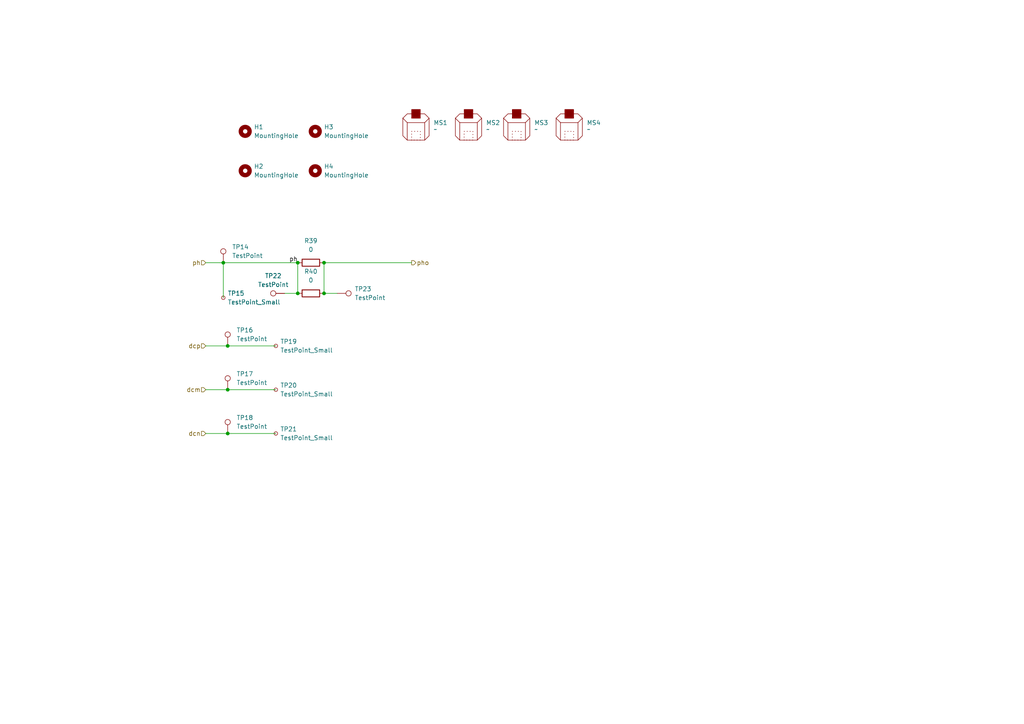
<source format=kicad_sch>
(kicad_sch (version 20231120) (generator "eeschema") (generator_version "8.0")
  (paper "A4")
  (title_block (title "Measurement placer") (date "2024-12-10") (rev "1") (company "Dr.-Ing. Alan H. Wilson Veas") (comment 1 "AHWV"))
  (lib_symbols
    (symbol "Connector:TestPoint_Small" (pin_numbers hide) (pin_names (offset 0.762) hide)
      (property "Reference" "TP" (at 0 3.81 0))
      (property "Value" "TestPoint_Small" (at 0 2.032 0))
      (symbol "TestPoint_Small_0_1"
        (circle (center 0 0) (radius 0.508))
      )
      (symbol "TestPoint_Small_1_1"
        (pin passive line (at 0 0 90) (length 0) (name "1") (number "1"))
      )
    )
    (symbol "HalfBridge_SiC:R" (pin_numbers hide) (pin_names (offset 0))
      (property "Reference" "R" (at 2.032 0 90))
      (property "Value" "R" (at 0 0 90))
      (symbol "R_0_1"
        (rectangle (start -1.016 -2.54) (end 1.016 2.54) (stroke (width 0.254)))
      )
      (symbol "R_1_1"
        (pin passive line (at 0 3.81 270) (length 1.27) (name "~") (number "1"))
        (pin passive line (at 0 -3.81 90) (length 1.27) (name "~") (number "2"))
      )
    )
    (symbol "HalfBridge_SiC:TestPoint" (pin_numbers hide) (pin_names (offset 0.762) hide)
      (property "Reference" "TP" (at 0 6.858 0))
      (property "Value" "TestPoint" (at 0 5.08 0))
      (symbol "TestPoint_0_1"
        (circle (center 0 3.302) (radius 0.762))
      )
      (symbol "TestPoint_1_1"
        (pin passive line (at 0 0 90) (length 2.54) (name "1") (number "1"))
      )
    )
    (symbol "Mechanical:MountingHole" (pin_names (offset 1.016)) (exclude_from_sim yes) (in_bom no)
      (property "Reference" "H" (at 0 5.08 0))
      (property "Value" "MountingHole" (at 0 3.175 0))
      (symbol "MountingHole_0_1"
        (circle (center 0 0) (radius 1.27) (stroke (width 1.27)))
      )
    )
    (symbol "My_Standoff:Standoff_M_F" (on_board no)
      (property "Reference" "MS" (at 0 4.826 0))
      (symbol "Standoff_M_F_1_1"
        (polyline (pts (xy -2.54 -1.27) (xy -2.54 -6.35)))
        (polyline (pts (xy 2.54 -1.27) (xy 2.54 -6.35)))
        (polyline (pts (xy -3.81 0) (xy -2.54 1.27) (xy 2.54 1.27) (xy 3.81 0)))
        (polyline (pts (xy -1.27 -6.35) (xy -1.27 -3.81) (xy 1.27 -3.81) (xy 1.27 -6.35) (xy -1.27 -6.35)) (stroke (width 0.2032) (type dot)))
        (polyline (pts (xy -1.27 0) (xy -1.27 2.54) (xy 1.27 2.54) (xy 1.27 0) (xy -1.27 0)) (fill (type outline)))
        (polyline (pts (xy -3.81 0) (xy -3.81 -5.08) (xy -2.54 -6.35) (xy 2.54 -6.35) (xy 3.81 -5.08) (xy 3.81 0) (xy 2.54 -1.27) (xy -2.54 -1.27) (xy -3.81 0)))
      )
    )
  )
  (junction (at 66.04 125.73))
  (junction (at 86.36 76.2))
  (junction (at 93.98 85.09))
  (junction (at 66.04 113.03))
  (junction (at 64.77 76.2))
  (junction (at 66.04 100.33))
  (junction (at 86.36 85.09))
  (junction (at 93.98 76.2))
  (wire (pts (xy 59.69 76.2) (xy 64.77 76.2)))
  (wire (pts (xy 97.79 85.09) (xy 93.98 85.09)))
  (wire (pts (xy 59.69 113.03) (xy 66.04 113.03)))
  (wire (pts (xy 59.69 125.73) (xy 66.04 125.73)))
  (wire (pts (xy 93.98 76.2) (xy 119.38 76.2)))
  (wire (pts (xy 66.04 113.03) (xy 80.01 113.03)))
  (wire (pts (xy 64.77 76.2) (xy 64.77 86.36)))
  (wire (pts (xy 66.04 125.73) (xy 80.01 125.73)))
  (wire (pts (xy 66.04 100.33) (xy 80.01 100.33)))
  (wire (pts (xy 82.55 85.09) (xy 86.36 85.09)))
  (wire (pts (xy 93.98 76.2) (xy 93.98 85.09)))
  (wire (pts (xy 64.77 76.2) (xy 86.36 76.2)))
  (wire (pts (xy 59.69 100.33) (xy 66.04 100.33)))
  (wire (pts (xy 86.36 76.2) (xy 86.36 85.09)))
  (label "ph" (at 86.36 76.2 180))
  (hierarchical_label "pho" (shape output) (at 119.38 76.2 0))
  (hierarchical_label "dcn" (shape input) (at 59.69 125.73 180))
  (hierarchical_label "dcm" (shape input) (at 59.69 113.03 180))
  (hierarchical_label "ph" (shape input) (at 59.69 76.2 180))
  (hierarchical_label "dcp" (shape input) (at 59.69 100.33 180))
  (symbol (lib_id "My_Standoff:Standoff_M_F") (at 149.86 34.29 0) (unit 1) (on_board no)
    (property "Reference" "MS3" (at 154.94 35.6107 0) (effects (justify left)))
    (property "Value" "~" (at 154.94 37.5158 0) (effects (justify left)))
  )
  (symbol (lib_id "HalfBridge_SiC:TestPoint") (at 97.79 85.09 270) (unit 1)
    (property "Reference" "TP23" (at 102.87 83.8199 90) (effects (justify left)))
    (property "Value" "TestPoint" (at 102.87 86.3599 90) (effects (justify left)))
    (property "Footprint" "TestPoint:TestPoint_Plated_Hole_D3.0mm" (effects (hide yes)))
    (property "Description" "test point" (effects (hide yes)))
  )
  (symbol (lib_id "HalfBridge_SiC:TestPoint") (at 66.04 100.33 0) (unit 1)
    (property "Reference" "TP16" (at 68.58 95.7579 0) (effects (justify left)))
    (property "Value" "TestPoint" (at 68.58 98.2979 0) (effects (justify left)))
    (property "Footprint" "TestPoint:TestPoint_THTPad_D2.0mm_Drill1.0mm" (effects (hide yes)))
    (property "Description" "test point" (effects (hide yes)))
  )
  (symbol (lib_id "HalfBridge_SiC:TestPoint") (at 66.04 125.73 0) (unit 1)
    (property "Reference" "TP18" (at 68.58 121.1579 0) (effects (justify left)))
    (property "Value" "TestPoint" (at 68.58 123.6979 0) (effects (justify left)))
    (property "Footprint" "TestPoint:TestPoint_THTPad_D2.0mm_Drill1.0mm" (effects (hide yes)))
    (property "Description" "test point" (effects (hide yes)))
  )
  (symbol (lib_id "HalfBridge_SiC:TestPoint") (at 66.04 113.03 0) (unit 1)
    (property "Reference" "TP17" (at 68.58 108.4579 0) (effects (justify left)))
    (property "Value" "TestPoint" (at 68.58 110.9979 0) (effects (justify left)))
    (property "Footprint" "TestPoint:TestPoint_THTPad_D2.0mm_Drill1.0mm" (effects (hide yes)))
    (property "Description" "test point" (effects (hide yes)))
  )
  (symbol (lib_id "Mechanical:MountingHole") (at 71.12 38.1 0) (unit 1) (exclude_from_sim yes) (in_bom no)
    (property "Reference" "H1" (at 73.66 36.8299 0) (effects (justify left)))
    (property "Value" "MountingHole" (at 73.66 39.3699 0) (effects (justify left)))
    (property "Footprint" "MountingHole:MountingHole_2.7mm_M2.5" (effects (hide yes)))
    (property "Description" "Mounting Hole without connection" (effects (hide yes)))
  )
  (symbol (lib_id "Connector:TestPoint_Small") (at 64.77 86.36 0) (unit 1)
    (property "Reference" "TP15" (at 66.04 85.0899 0) (effects (justify left)))
    (property "Value" "TestPoint_Small" (at 66.04 87.6299 0) (effects (justify left)))
    (property "Footprint" "TestPoint:TestPoint_Keystone_5015_Micro-Minature" (effects (hide yes)))
    (property "Description" "test point" (effects (hide yes)))
  )
  (symbol (lib_id "Mechanical:MountingHole") (at 91.44 49.53 0) (unit 1) (exclude_from_sim yes) (in_bom no)
    (property "Reference" "H4" (at 93.98 48.2599 0) (effects (justify left)))
    (property "Value" "MountingHole" (at 93.98 50.7999 0) (effects (justify left)))
    (property "Footprint" "MountingHole:MountingHole_2.7mm_M2.5" (effects (hide yes)))
    (property "Description" "Mounting Hole without connection" (effects (hide yes)))
  )
  (symbol (lib_id "My_Standoff:Standoff_M_F") (at 120.65 34.29 0) (unit 1) (on_board no)
    (property "Reference" "MS1" (at 125.73 35.6107 0) (effects (justify left)))
    (property "Value" "~" (at 125.73 37.5158 0) (effects (justify left)))
  )
  (symbol (lib_id "Connector:TestPoint_Small") (at 80.01 113.03 0) (unit 1)
    (property "Reference" "TP20" (at 81.28 111.7599 0) (effects (justify left)))
    (property "Value" "TestPoint_Small" (at 81.28 114.2999 0) (effects (justify left)))
    (property "Footprint" "TestPoint:TestPoint_Keystone_5015_Micro-Minature" (effects (hide yes)))
    (property "Description" "test point" (effects (hide yes)))
  )
  (symbol (lib_id "HalfBridge_SiC:TestPoint") (at 64.77 76.2 0) (unit 1)
    (property "Reference" "TP14" (at 67.31 71.6279 0) (effects (justify left)))
    (property "Value" "TestPoint" (at 67.31 74.1679 0) (effects (justify left)))
    (property "Footprint" "TestPoint:TestPoint_THTPad_D2.0mm_Drill1.0mm" (effects (hide yes)))
    (property "Description" "test point" (effects (hide yes)))
  )
  (symbol (lib_id "Mechanical:MountingHole") (at 91.44 38.1 0) (unit 1) (exclude_from_sim yes) (in_bom no)
    (property "Reference" "H3" (at 93.98 36.8299 0) (effects (justify left)))
    (property "Value" "MountingHole" (at 93.98 39.3699 0) (effects (justify left)))
    (property "Footprint" "MountingHole:MountingHole_2.7mm_M2.5" (effects (hide yes)))
    (property "Description" "Mounting Hole without connection" (effects (hide yes)))
  )
  (symbol (lib_id "Connector:TestPoint_Small") (at 80.01 100.33 0) (unit 1)
    (property "Reference" "TP19" (at 81.28 99.0599 0) (effects (justify left)))
    (property "Value" "TestPoint_Small" (at 81.28 101.5999 0) (effects (justify left)))
    (property "Footprint" "TestPoint:TestPoint_Keystone_5015_Micro-Minature" (effects (hide yes)))
    (property "Description" "test point" (effects (hide yes)))
  )
  (symbol (lib_id "Mechanical:MountingHole") (at 71.12 49.53 0) (unit 1) (exclude_from_sim yes) (in_bom no)
    (property "Reference" "H2" (at 73.66 48.2599 0) (effects (justify left)))
    (property "Value" "MountingHole" (at 73.66 50.7999 0) (effects (justify left)))
    (property "Footprint" "MountingHole:MountingHole_2.7mm_M2.5" (effects (hide yes)))
    (property "Description" "Mounting Hole without connection" (effects (hide yes)))
  )
  (symbol (lib_id "My_Standoff:Standoff_M_F") (at 165.1 34.29 0) (unit 1) (on_board no)
    (property "Reference" "MS4" (at 170.18 35.6107 0) (effects (justify left)))
    (property "Value" "~" (at 170.18 37.5158 0) (effects (justify left)))
  )
  (symbol (lib_id "HalfBridge_SiC:R") (at 90.17 85.09 90) (unit 1)
    (property "Reference" "R40" (at 90.17 78.74 90))
    (property "Value" "0" (at 90.17 81.28 90))
    (property "Footprint" "Resistor_SMD:R_4020_10251Metric_Pad1.65x5.30mm_HandSolder" (effects (hide yes)))
    (property "Description" "Resistor" (effects (hide yes)))
  )
  (symbol (lib_id "Connector:TestPoint_Small") (at 80.01 125.73 0) (unit 1)
    (property "Reference" "TP21" (at 81.28 124.4599 0) (effects (justify left)))
    (property "Value" "TestPoint_Small" (at 81.28 126.9999 0) (effects (justify left)))
    (property "Footprint" "TestPoint:TestPoint_Keystone_5015_Micro-Minature" (effects (hide yes)))
    (property "Description" "test point" (effects (hide yes)))
  )
  (symbol (lib_id "HalfBridge_SiC:TestPoint") (at 82.55 85.09 90) (unit 1)
    (property "Reference" "TP22" (at 79.248 80.01 90))
    (property "Value" "TestPoint" (at 79.248 82.55 90))
    (property "Footprint" "TestPoint:TestPoint_Plated_Hole_D3.0mm" (effects (hide yes)))
    (property "Description" "test point" (effects (hide yes)))
  )
  (symbol (lib_id "HalfBridge_SiC:R") (at 90.17 76.2 90) (unit 1)
    (property "Reference" "R39" (at 90.17 69.85 90))
    (property "Value" "0" (at 90.17 72.39 90))
    (property "Footprint" "Resistor_SMD:R_4020_10251Metric_Pad1.65x5.30mm_HandSolder" (effects (hide yes)))
    (property "Description" "Resistor" (effects (hide yes)))
  )
  (symbol (lib_id "My_Standoff:Standoff_M_F") (at 135.89 34.29 0) (unit 1) (on_board no)
    (property "Reference" "MS2" (at 140.97 35.6107 0) (effects (justify left)))
    (property "Value" "~" (at 140.97 37.5158 0) (effects (justify left)))
  )
)
</source>
